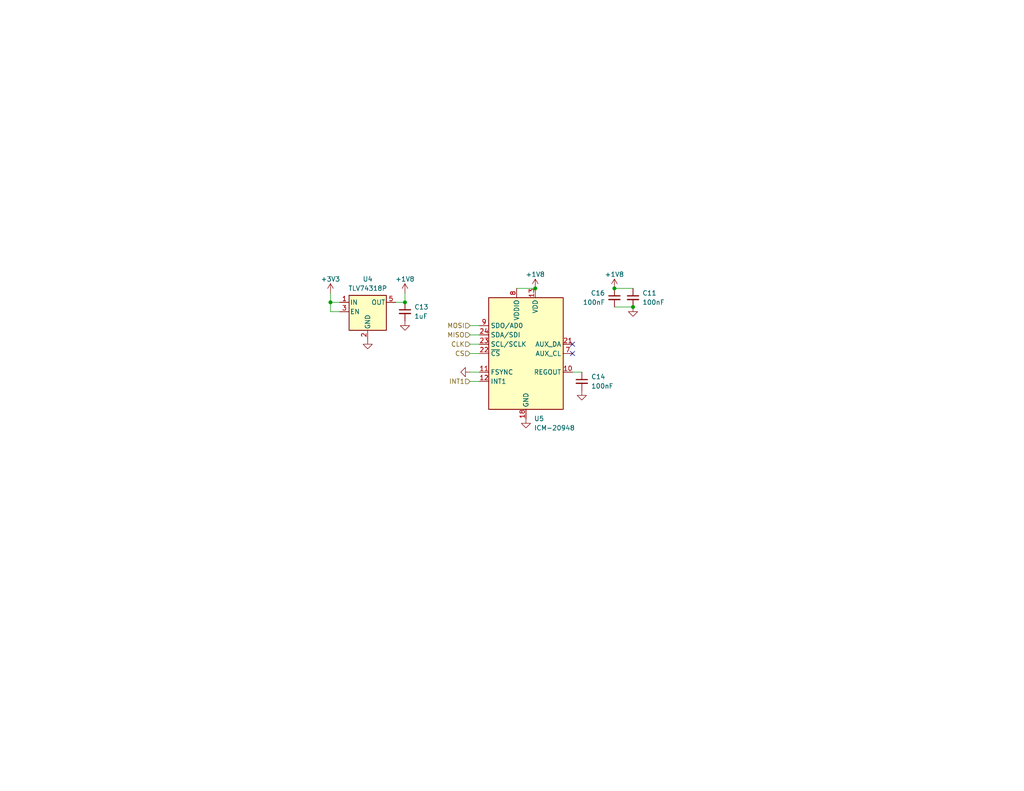
<source format=kicad_sch>
(kicad_sch (version 20231120) (generator "eeschema") (generator_version "8.0")
  (paper "USLetter")
  (title_block (title "IMU") (date "2024-02-10") (rev "A") (company "Autonomous Motorsports Purdue"))
  (lib_symbols
    (symbol "AMP_Custom:TLV74318P" (pin_names (offset 0.254))
      (property "Reference" "U" (at -3.81 5.715 0))
      (property "Value" "TLV74318P" (at 0 5.715 0))
      (symbol "TLV74318P_0_1"
        (rectangle (start -5.08 4.445) (end 5.08 -5.08) (stroke (width 0.254)) (fill (type background)))
      )
      (symbol "TLV74318P_1_1"
        (pin power_in line (at -7.62 2.54 0) (length 2.54) (name "IN") (number "1"))
        (pin power_in line (at 0 -7.62 90) (length 2.54) (name "GND") (number "2"))
        (pin input line (at -7.62 0 0) (length 2.54) (name "EN") (number "3"))
        (pin no_connect line (at 7.62 0 180) (length 2.54) hide (name "NC") (number "4"))
        (pin power_out line (at 7.62 2.54 180) (length 2.54) (name "OUT") (number "5"))
      )
    )
    (symbol "Device:C_Small" (pin_numbers hide) (pin_names (offset 0.254) hide)
      (property "Reference" "C" (at 0.254 1.778 0))
      (property "Value" "C_Small" (at 0.254 -2.032 0))
      (symbol "C_Small_0_1"
        (polyline (pts (xy -1.524 -0.508) (xy 1.524 -0.508)) (stroke (width 0.3302)))
        (polyline (pts (xy -1.524 0.508) (xy 1.524 0.508)) (stroke (width 0.3048)))
      )
      (symbol "C_Small_1_1"
        (pin passive line (at 0 2.54 270) (length 2.032) (name "~") (number "1"))
        (pin passive line (at 0 -2.54 90) (length 2.032) (name "~") (number "2"))
      )
    )
    (symbol "Sensor_Motion:ICM-20948"
      (property "Reference" "U" (at -11.43 16.51 0))
      (property "Value" "ICM-20948" (at 7.62 -16.51 0))
      (symbol "ICM-20948_0_1"
        (rectangle (start -10.16 15.24) (end 10.16 -15.24) (stroke (width 0.254)) (fill (type background)))
      )
      (symbol "ICM-20948_1_1"
        (pin no_connect line (at -10.16 12.7 0) (length 2.54) hide (name "NC") (number "1"))
        (pin passive line (at 12.7 -5.08 180) (length 2.54) (name "REGOUT") (number "10"))
        (pin input line (at -12.7 -5.08 0) (length 2.54) (name "FSYNC") (number "11"))
        (pin output line (at -12.7 -7.62 0) (length 2.54) (name "INT1") (number "12"))
        (pin power_in line (at 2.54 17.78 270) (length 2.54) (name "VDD") (number "13"))
        (pin no_connect line (at 10.16 7.62 180) (length 2.54) hide (name "NC") (number "14"))
        (pin no_connect line (at 10.16 5.08 180) (length 2.54) hide (name "NC") (number "15"))
        (pin no_connect line (at 10.16 -7.62 180) (length 2.54) hide (name "NC") (number "16"))
        (pin no_connect line (at 10.16 -10.16 180) (length 2.54) hide (name "NC") (number "17"))
        (pin power_in line (at 0 -17.78 90) (length 2.54) (name "GND") (number "18"))
        (pin no_connect line (at 10.16 -12.7 180) (length 2.54) hide (name "RESV") (number "19"))
        (pin no_connect line (at -10.16 10.16 0) (length 2.54) hide (name "NC") (number "2"))
        (pin passive line (at 0 -17.78 90) (length 2.54) hide (name "GND") (number "20"))
        (pin bidirectional line (at 12.7 2.54 180) (length 2.54) (name "AUX_DA") (number "21"))
        (pin input line (at -12.7 0 0) (length 2.54) (name "~{CS}") (number "22"))
        (pin input line (at -12.7 2.54 0) (length 2.54) (name "SCL/SCLK") (number "23"))
        (pin bidirectional line (at -12.7 5.08 0) (length 2.54) (name "SDA/SDI") (number "24"))
        (pin no_connect line (at -10.16 -2.54 0) (length 2.54) hide (name "NC") (number "3"))
        (pin no_connect line (at -10.16 -10.16 0) (length 2.54) hide (name "NC") (number "4"))
        (pin no_connect line (at -10.16 -12.7 0) (length 2.54) hide (name "NC") (number "5"))
        (pin no_connect line (at 10.16 10.16 180) (length 2.54) hide (name "NC") (number "6"))
        (pin output line (at 12.7 0 180) (length 2.54) (name "AUX_CL") (number "7"))
        (pin power_in line (at -2.54 17.78 270) (length 2.54) (name "VDDIO") (number "8"))
        (pin bidirectional line (at -12.7 7.62 0) (length 2.54) (name "SDO/AD0") (number "9"))
      )
    )
    (symbol "power:+1V8" (power) (pin_names (offset 0))
      (property "Value" "+1V8" (at 0 3.556 0))
      (symbol "+1V8_0_1"
        (polyline (pts (xy -0.762 1.27) (xy 0 2.54)))
        (polyline (pts (xy 0 0) (xy 0 2.54)))
        (polyline (pts (xy 0 2.54) (xy 0.762 1.27)))
      )
      (symbol "+1V8_1_1"
        (pin power_in line (at 0 0 90) (length 0) hide (name "+1V8") (number "1"))
      )
    )
    (symbol "power:+3V3" (power) (pin_names (offset 0))
      (property "Value" "+3V3" (at 0 3.556 0))
      (symbol "+3V3_0_1"
        (polyline (pts (xy -0.762 1.27) (xy 0 2.54)))
        (polyline (pts (xy 0 0) (xy 0 2.54)))
        (polyline (pts (xy 0 2.54) (xy 0.762 1.27)))
      )
      (symbol "+3V3_1_1"
        (pin power_in line (at 0 0 90) (length 0) hide (name "+3V3") (number "1"))
      )
    )
    (symbol "power:GND" (power) (pin_names (offset 0))
      (property "Value" "GND" (at 0 -3.81 0))
      (symbol "GND_0_1"
        (polyline (pts (xy 0 0) (xy 0 -1.27) (xy 1.27 -1.27) (xy 0 -2.54) (xy -1.27 -1.27) (xy 0 -1.27)))
      )
      (symbol "GND_1_1"
        (pin power_in line (at 0 0 270) (length 0) hide (name "GND") (number "1"))
      )
    )
  )
  (junction (at 110.49 82.55))
  (junction (at 172.72 83.82))
  (junction (at 146.05 78.74))
  (junction (at 167.64 78.74))
  (junction (at 90.17 82.55))
  (no_connect (at 156.21 93.98))
  (no_connect (at 156.21 96.52))
  (wire (pts (xy 92.71 85.09) (xy 90.17 85.09)))
  (wire (pts (xy 128.27 96.52) (xy 130.81 96.52)))
  (wire (pts (xy 128.27 88.9) (xy 130.81 88.9)))
  (wire (pts (xy 128.27 104.14) (xy 130.81 104.14)))
  (wire (pts (xy 128.27 93.98) (xy 130.81 93.98)))
  (wire (pts (xy 90.17 80.01) (xy 90.17 82.55)))
  (wire (pts (xy 128.27 101.6) (xy 130.81 101.6)))
  (wire (pts (xy 110.49 82.55) (xy 107.95 82.55)))
  (wire (pts (xy 167.64 83.82) (xy 172.72 83.82)))
  (wire (pts (xy 167.64 78.74) (xy 172.72 78.74)))
  (wire (pts (xy 140.97 78.74) (xy 146.05 78.74)))
  (wire (pts (xy 110.49 80.01) (xy 110.49 82.55)))
  (wire (pts (xy 90.17 85.09) (xy 90.17 82.55)))
  (wire (pts (xy 128.27 91.44) (xy 130.81 91.44)))
  (wire (pts (xy 156.21 101.6) (xy 158.75 101.6)))
  (wire (pts (xy 90.17 82.55) (xy 92.71 82.55)))
  (hierarchical_label "MOSI" (shape input) (at 128.27 88.9 180))
  (hierarchical_label "MISO" (shape input) (at 128.27 91.44 180))
  (hierarchical_label "CLK" (shape input) (at 128.27 93.98 180))
  (hierarchical_label "INT1" (shape input) (at 128.27 104.14 180))
  (hierarchical_label "CS" (shape input) (at 128.27 96.52 180))
  (symbol (lib_id "Device:C_Small") (at 110.49 85.09 0) (unit 1)
    (property "Reference" "C13" (at 113.03 83.8263 0) (effects (justify left)))
    (property "Value" "1uF" (at 113.03 86.3663 0) (effects (justify left)))
    (property "Footprint" "Capacitor_SMD:C_0805_2012Metric_Pad1.18x1.45mm_HandSolder" (effects (hide yes)))
  )
  (symbol (lib_id "power:GND") (at 143.51 114.3 0) (unit 1)
    (property "Reference" "#PWR048" (effects (hide yes)))
    (property "Value" "GND" (effects (hide yes)))
  )
  (symbol (lib_id "Device:C_Small") (at 158.75 104.14 0) (unit 1)
    (property "Reference" "C14" (at 161.29 102.8763 0) (effects (justify left)))
    (property "Value" "100nF" (at 161.29 105.4163 0) (effects (justify left)))
    (property "Footprint" "Capacitor_SMD:C_0805_2012Metric_Pad1.18x1.45mm_HandSolder" (effects (hide yes)))
  )
  (symbol (lib_id "power:GND") (at 110.49 87.63 0) (unit 1)
    (property "Reference" "#PWR062" (effects (hide yes)))
    (property "Value" "GND" (effects (hide yes)))
  )
  (symbol (lib_id "power:GND") (at 100.33 92.71 0) (unit 1)
    (property "Reference" "#PWR047" (effects (hide yes)))
    (property "Value" "GND" (effects (hide yes)))
  )
  (symbol (lib_id "power:GND") (at 172.72 83.82 0) (unit 1)
    (property "Reference" "#PWR067" (effects (hide yes)))
    (property "Value" "GND" (effects (hide yes)))
  )
  (symbol (lib_id "power:GND") (at 158.75 106.68 0) (unit 1)
    (property "Reference" "#PWR068" (effects (hide yes)))
    (property "Value" "GND" (effects (hide yes)))
  )
  (symbol (lib_id "Device:C_Small") (at 167.64 81.28 0) (mirror y) (unit 1)
    (property "Reference" "C16" (at 165.1 80.0163 0) (effects (justify left)))
    (property "Value" "100nF" (at 165.1 82.5563 0) (effects (justify left)))
    (property "Footprint" "Capacitor_SMD:C_0805_2012Metric_Pad1.18x1.45mm_HandSolder" (effects (hide yes)))
  )
  (symbol (lib_id "power:GND") (at 128.27 101.6 270) (unit 1)
    (property "Reference" "#PWR049" (effects (hide yes)))
    (property "Value" "GND" (effects (hide yes)))
  )
  (symbol (lib_id "power:+3V3") (at 90.17 80.01 0) (unit 1)
    (property "Reference" "#PWR061" (effects (hide yes)))
    (property "Value" "+3V3" (at 90.17 76.2 0))
  )
  (symbol (lib_id "power:+1V8") (at 110.49 80.01 0) (unit 1)
    (property "Reference" "#PWR057" (effects (hide yes)))
    (property "Value" "+1V8" (at 110.49 76.2 0))
  )
  (symbol (lib_id "Sensor_Motion:ICM-20948") (at 143.51 96.52 0) (unit 1)
    (property "Reference" "U5" (at 145.7041 114.3 0) (effects (justify left)))
    (property "Value" "ICM-20948" (at 145.7041 116.84 0) (effects (justify left)))
    (property "Footprint" "Sensor_Motion:InvenSense_QFN-24_3x3mm_P0.4mm" (effects (hide yes)))
    (property "Datasheet" "http://www.invensense.com/wp-content/uploads/2016/06/DS-000189-ICM-20948-v1.3.pdf" (effects (hide yes)))
  )
  (symbol (lib_id "power:+1V8") (at 146.05 78.74 0) (unit 1)
    (property "Reference" "#PWR063" (effects (hide yes)))
    (property "Value" "+1V8" (at 146.05 74.93 0))
  )
  (symbol (lib_id "AMP_Custom:TLV74318P") (at 100.33 85.09 0) (unit 1)
    (property "Reference" "U4" (at 100.33 76.2 0))
    (property "Value" "TLV74318P" (at 100.33 78.74 0))
    (property "Footprint" "Package_TO_SOT_SMD:SOT-23-5_HandSoldering" (effects (hide yes)))
    (property "Datasheet" "https://www.ti.com/lit/ds/symlink/tlv743p.pdf" (effects (hide yes)))
  )
  (symbol (lib_id "power:+1V8") (at 167.64 78.74 0) (unit 1)
    (property "Reference" "#PWR066" (effects (hide yes)))
    (property "Value" "+1V8" (at 167.64 74.93 0))
  )
  (symbol (lib_id "Device:C_Small") (at 172.72 81.28 0) (unit 1)
    (property "Reference" "C11" (at 175.26 80.0163 0) (effects (justify left)))
    (property "Value" "100nF" (at 175.26 82.5563 0) (effects (justify left)))
    (property "Footprint" "Capacitor_SMD:C_0805_2012Metric_Pad1.18x1.45mm_HandSolder" (effects (hide yes)))
  )
)
</source>
